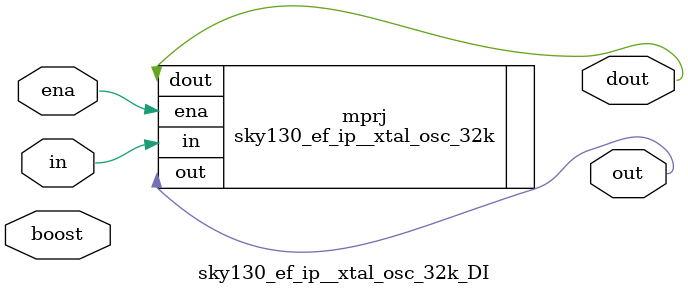
<source format=v>
/*
	Copyright 2020 Efabless Corp.
	
	Licensed under the Apache License, Version 2.0 (the "License"); 
	you may not use this file except in compliance with the License. 
	You may obtain a copy of the License at:
	http://www.apache.org/licenses/LICENSE-2.0
	Unless required by applicable law or agreed to in writing, software 
	distributed under the License is distributed on an "AS IS" BASIS, 
	WITHOUT WARRANTIES OR CONDITIONS OF ANY KIND, either express or implied. 
	See the License for the specific language governing permissions and 
	limitations under the License.
*/

`timescale          1ns/1ps
`default_nettype    none

module sky130_ef_ip__xtal_osc_32k_DI (
`ifdef USE_POWER_PINS
    input    vdda1,
    input    vssa1,
    input    vccd1,
    input    vssd1,
`endif
    input    in,
    input    ena,
    output   dout,
    output   out,
    input    boost,
);

sky130_ef_ip__xtal_osc_32k mprj (
`ifdef USE_POWER_PINS
    .avdd(vdda1),
    .avss(vssa1),
    .dvdd(vccd1),
    .dvss(vssd1),
`endif

    .in(in),
    .ena(ena),
    .out(out),
    .dout(dout)
);

endmodule
</source>
